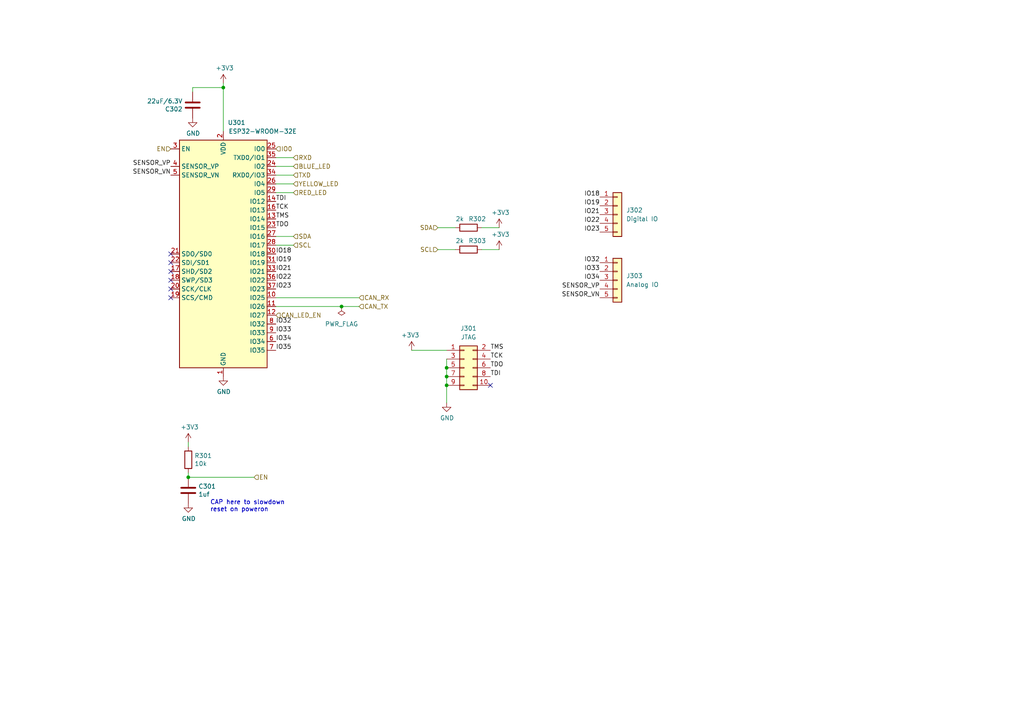
<source format=kicad_sch>
(kicad_sch (version 20211123) (generator eeschema)
  (paper "A4")
  (title_block (title "SH-wg") (date "2022-01-25") (rev "0.1.0") (company "Hat Labs Ltd") (comment 1 "https://creativecommons.org/licenses/by-sa/4.0") (comment 2 "To view a copy of this license, visit ") (comment 3 "SH-ESP32 is licensed under CC BY-SA 4.0."))
  (lib_symbols
    (symbol "Connector_Generic:Conn_01x05" (pin_names (offset 1.016) hide)
      (property "Reference" "J" (at 0 7.62 0))
      (property "Value" "Conn_01x05" (at 0 -7.62 0))
      (symbol "Conn_01x05_1_1"
        (rectangle (start -1.27 -4.953) (end 0 -5.207) (stroke (width 0.1524)))
        (rectangle (start -1.27 -2.413) (end 0 -2.667) (stroke (width 0.1524)))
        (rectangle (start -1.27 0.127) (end 0 -0.127) (stroke (width 0.1524)))
        (rectangle (start -1.27 2.667) (end 0 2.413) (stroke (width 0.1524)))
        (rectangle (start -1.27 5.207) (end 0 4.953) (stroke (width 0.1524)))
        (rectangle (start -1.27 6.35) (end 1.27 -6.35) (stroke (width 0.254)) (fill (type background)))
        (pin passive line (at -5.08 5.08 0) (length 3.81) (name "Pin_1") (number "1"))
        (pin passive line (at -5.08 2.54 0) (length 3.81) (name "Pin_2") (number "2"))
        (pin passive line (at -5.08 0 0) (length 3.81) (name "Pin_3") (number "3"))
        (pin passive line (at -5.08 -2.54 0) (length 3.81) (name "Pin_4") (number "4"))
        (pin passive line (at -5.08 -5.08 0) (length 3.81) (name "Pin_5") (number "5"))
      )
    )
    (symbol "Connector_Generic:Conn_02x05_Odd_Even" (pin_names (offset 1.016) hide)
      (property "Reference" "J" (at 1.27 7.62 0))
      (property "Value" "Conn_02x05_Odd_Even" (at 1.27 -7.62 0))
      (symbol "Conn_02x05_Odd_Even_1_1"
        (rectangle (start -1.27 -4.953) (end 0 -5.207) (stroke (width 0.1524)))
        (rectangle (start -1.27 -2.413) (end 0 -2.667) (stroke (width 0.1524)))
        (rectangle (start -1.27 0.127) (end 0 -0.127) (stroke (width 0.1524)))
        (rectangle (start -1.27 2.667) (end 0 2.413) (stroke (width 0.1524)))
        (rectangle (start -1.27 5.207) (end 0 4.953) (stroke (width 0.1524)))
        (rectangle (start -1.27 6.35) (end 3.81 -6.35) (stroke (width 0.254)) (fill (type background)))
        (rectangle (start 3.81 -4.953) (end 2.54 -5.207) (stroke (width 0.1524)))
        (rectangle (start 3.81 -2.413) (end 2.54 -2.667) (stroke (width 0.1524)))
        (rectangle (start 3.81 0.127) (end 2.54 -0.127) (stroke (width 0.1524)))
        (rectangle (start 3.81 2.667) (end 2.54 2.413) (stroke (width 0.1524)))
        (rectangle (start 3.81 5.207) (end 2.54 4.953) (stroke (width 0.1524)))
        (pin passive line (at -5.08 5.08 0) (length 3.81) (name "Pin_1") (number "1"))
        (pin passive line (at 7.62 -5.08 180) (length 3.81) (name "Pin_10") (number "10"))
        (pin passive line (at 7.62 5.08 180) (length 3.81) (name "Pin_2") (number "2"))
        (pin passive line (at -5.08 2.54 0) (length 3.81) (name "Pin_3") (number "3"))
        (pin passive line (at 7.62 2.54 180) (length 3.81) (name "Pin_4") (number "4"))
        (pin passive line (at -5.08 0 0) (length 3.81) (name "Pin_5") (number "5"))
        (pin passive line (at 7.62 0 180) (length 3.81) (name "Pin_6") (number "6"))
        (pin passive line (at -5.08 -2.54 0) (length 3.81) (name "Pin_7") (number "7"))
        (pin passive line (at 7.62 -2.54 180) (length 3.81) (name "Pin_8") (number "8"))
        (pin passive line (at -5.08 -5.08 0) (length 3.81) (name "Pin_9") (number "9"))
      )
    )
    (symbol "Device:C" (pin_numbers hide) (pin_names (offset 0.254))
      (property "Reference" "C" (at 0.635 2.54 0))
      (property "Value" "C" (at 0.635 -2.54 0))
      (symbol "C_0_1"
        (polyline (pts (xy -2.032 -0.762) (xy 2.032 -0.762)) (stroke (width 0.508)))
        (polyline (pts (xy -2.032 0.762) (xy 2.032 0.762)) (stroke (width 0.508)))
      )
      (symbol "C_1_1"
        (pin passive line (at 0 3.81 270) (length 2.794) (name "~") (number "1"))
        (pin passive line (at 0 -3.81 90) (length 2.794) (name "~") (number "2"))
      )
    )
    (symbol "Device:R" (pin_numbers hide) (pin_names (offset 0))
      (property "Reference" "R" (at 2.032 0 90))
      (property "Value" "R" (at 0 0 90))
      (symbol "R_0_1"
        (rectangle (start -1.016 -2.54) (end 1.016 2.54) (stroke (width 0.254)))
      )
      (symbol "R_1_1"
        (pin passive line (at 0 3.81 270) (length 1.27) (name "~") (number "1"))
        (pin passive line (at 0 -3.81 90) (length 1.27) (name "~") (number "2"))
      )
    )
    (symbol "RF_Module:ESP32-WROOM-32D"
      (property "Reference" "U" (at -12.7 34.29 0))
      (property "Value" "ESP32-WROOM-32D" (at 1.27 34.29 0))
      (symbol "ESP32-WROOM-32D_0_1"
        (rectangle (start -12.7 33.02) (end 12.7 -33.02) (stroke (width 0.254)) (fill (type background)))
      )
      (symbol "ESP32-WROOM-32D_1_1"
        (pin power_in line (at 0 -35.56 90) (length 2.54) (name "GND") (number "1"))
        (pin bidirectional line (at 15.24 -12.7 180) (length 2.54) (name "IO25") (number "10"))
        (pin bidirectional line (at 15.24 -15.24 180) (length 2.54) (name "IO26") (number "11"))
        (pin bidirectional line (at 15.24 -17.78 180) (length 2.54) (name "IO27") (number "12"))
        (pin bidirectional line (at 15.24 10.16 180) (length 2.54) (name "IO14") (number "13"))
        (pin bidirectional line (at 15.24 15.24 180) (length 2.54) (name "IO12") (number "14"))
        (pin passive line (at 0 -35.56 90) (length 2.54) hide (name "GND") (number "15"))
        (pin bidirectional line (at 15.24 12.7 180) (length 2.54) (name "IO13") (number "16"))
        (pin bidirectional line (at -15.24 -5.08 0) (length 2.54) (name "SHD/SD2") (number "17"))
        (pin bidirectional line (at -15.24 -7.62 0) (length 2.54) (name "SWP/SD3") (number "18"))
        (pin bidirectional line (at -15.24 -12.7 0) (length 2.54) (name "SCS/CMD") (number "19"))
        (pin power_in line (at 0 35.56 270) (length 2.54) (name "VDD") (number "2"))
        (pin bidirectional line (at -15.24 -10.16 0) (length 2.54) (name "SCK/CLK") (number "20"))
        (pin bidirectional line (at -15.24 0 0) (length 2.54) (name "SDO/SD0") (number "21"))
        (pin bidirectional line (at -15.24 -2.54 0) (length 2.54) (name "SDI/SD1") (number "22"))
        (pin bidirectional line (at 15.24 7.62 180) (length 2.54) (name "IO15") (number "23"))
        (pin bidirectional line (at 15.24 25.4 180) (length 2.54) (name "IO2") (number "24"))
        (pin bidirectional line (at 15.24 30.48 180) (length 2.54) (name "IO0") (number "25"))
        (pin bidirectional line (at 15.24 20.32 180) (length 2.54) (name "IO4") (number "26"))
        (pin bidirectional line (at 15.24 5.08 180) (length 2.54) (name "IO16") (number "27"))
        (pin bidirectional line (at 15.24 2.54 180) (length 2.54) (name "IO17") (number "28"))
        (pin bidirectional line (at 15.24 17.78 180) (length 2.54) (name "IO5") (number "29"))
        (pin input line (at -15.24 30.48 0) (length 2.54) (name "EN") (number "3"))
        (pin bidirectional line (at 15.24 0 180) (length 2.54) (name "IO18") (number "30"))
        (pin bidirectional line (at 15.24 -2.54 180) (length 2.54) (name "IO19") (number "31"))
        (pin no_connect line (at -12.7 -27.94 0) (length 2.54) hide (name "NC") (number "32"))
        (pin bidirectional line (at 15.24 -5.08 180) (length 2.54) (name "IO21") (number "33"))
        (pin bidirectional line (at 15.24 22.86 180) (length 2.54) (name "RXD0/IO3") (number "34"))
        (pin bidirectional line (at 15.24 27.94 180) (length 2.54) (name "TXD0/IO1") (number "35"))
        (pin bidirectional line (at 15.24 -7.62 180) (length 2.54) (name "IO22") (number "36"))
        (pin bidirectional line (at 15.24 -10.16 180) (length 2.54) (name "IO23") (number "37"))
        (pin passive line (at 0 -35.56 90) (length 2.54) hide (name "GND") (number "38"))
        (pin passive line (at 0 -35.56 90) (length 2.54) hide (name "GND") (number "39"))
        (pin input line (at -15.24 25.4 0) (length 2.54) (name "SENSOR_VP") (number "4"))
        (pin input line (at -15.24 22.86 0) (length 2.54) (name "SENSOR_VN") (number "5"))
        (pin input line (at 15.24 -25.4 180) (length 2.54) (name "IO34") (number "6"))
        (pin input line (at 15.24 -27.94 180) (length 2.54) (name "IO35") (number "7"))
        (pin bidirectional line (at 15.24 -20.32 180) (length 2.54) (name "IO32") (number "8"))
        (pin bidirectional line (at 15.24 -22.86 180) (length 2.54) (name "IO33") (number "9"))
      )
    )
    (symbol "power:+3.3V" (power) (pin_names (offset 0))
      (property "Value" "+3.3V" (at 0 3.556 0))
      (symbol "+3.3V_0_1"
        (polyline (pts (xy -0.762 1.27) (xy 0 2.54)))
        (polyline (pts (xy 0 0) (xy 0 2.54)))
        (polyline (pts (xy 0 2.54) (xy 0.762 1.27)))
      )
      (symbol "+3.3V_1_1"
        (pin power_in line (at 0 0 90) (length 0) hide (name "+3V3") (number "1"))
      )
    )
    (symbol "power:GND" (power) (pin_names (offset 0))
      (property "Value" "GND" (at 0 -3.81 0))
      (symbol "GND_0_1"
        (polyline (pts (xy 0 0) (xy 0 -1.27) (xy 1.27 -1.27) (xy 0 -2.54) (xy -1.27 -1.27) (xy 0 -1.27)))
      )
      (symbol "GND_1_1"
        (pin power_in line (at 0 0 270) (length 0) hide (name "GND") (number "1"))
      )
    )
    (symbol "power:PWR_FLAG" (power) (pin_numbers hide) (pin_names (offset 0) hide)
      (property "Value" "PWR_FLAG" (at 0 3.81 0))
      (symbol "PWR_FLAG_0_0"
        (pin power_out line (at 0 0 90) (length 0) (name "pwr") (number "1"))
      )
      (symbol "PWR_FLAG_0_1"
        (polyline (pts (xy 0 0) (xy 0 1.27) (xy -1.016 1.905) (xy 0 2.54) (xy 1.016 1.905) (xy 0 1.27)))
      )
    )
  )
  (junction (at 129.54 109.22))
  (junction (at 99.06 88.9))
  (junction (at 64.77 25.4))
  (junction (at 129.54 111.76))
  (junction (at 54.61 138.43))
  (junction (at 129.54 106.68))
  (no_connect (at 142.24 111.76))
  (no_connect (at 49.53 83.82))
  (no_connect (at 49.53 73.66))
  (no_connect (at 49.53 86.36))
  (no_connect (at 49.53 81.28))
  (no_connect (at 49.53 76.2))
  (no_connect (at 49.53 78.74))
  (wire (pts (xy 85.09 53.34) (xy 80.01 53.34)))
  (wire (pts (xy 54.61 137.16) (xy 54.61 138.43)))
  (wire (pts (xy 127 72.39) (xy 132.08 72.39)))
  (wire (pts (xy 54.61 129.54) (xy 54.61 128.27)))
  (wire (pts (xy 129.54 111.76) (xy 129.54 116.84)))
  (wire (pts (xy 80.01 86.36) (xy 104.14 86.36)))
  (wire (pts (xy 64.77 24.13) (xy 64.77 25.4)))
  (wire (pts (xy 129.54 104.14) (xy 129.54 106.68)))
  (wire (pts (xy 80.01 50.8) (xy 85.09 50.8)))
  (wire (pts (xy 144.78 66.04) (xy 139.7 66.04)))
  (wire (pts (xy 80.01 71.12) (xy 85.09 71.12)))
  (wire (pts (xy 55.88 25.4) (xy 55.88 26.67)))
  (wire (pts (xy 64.77 25.4) (xy 55.88 25.4)))
  (wire (pts (xy 80.01 45.72) (xy 85.09 45.72)))
  (wire (pts (xy 99.06 88.9) (xy 104.14 88.9)))
  (wire (pts (xy 80.01 88.9) (xy 99.06 88.9)))
  (wire (pts (xy 80.01 68.58) (xy 85.09 68.58)))
  (wire (pts (xy 129.54 106.68) (xy 129.54 109.22)))
  (wire (pts (xy 119.38 101.6) (xy 129.54 101.6)))
  (wire (pts (xy 127 66.04) (xy 132.08 66.04)))
  (wire (pts (xy 64.77 25.4) (xy 64.77 38.1)))
  (wire (pts (xy 85.09 48.26) (xy 80.01 48.26)))
  (wire (pts (xy 129.54 109.22) (xy 129.54 111.76)))
  (wire (pts (xy 144.78 72.39) (xy 139.7 72.39)))
  (wire (pts (xy 54.61 138.43) (xy 73.66 138.43)))
  (wire (pts (xy 85.09 55.88) (xy 80.01 55.88)))
  (text "CAP here to slowdown \nreset on poweron" (at 60.96 148.59 0) (effects (font (size 1.27 1.27)) (justify left bottom)))
  (text "CAP here to slowdown \nreset on poweron" (at 60.96 148.59 0) (effects (font (size 1.27 1.27)) (justify left bottom)))
  (label "TMS" (at 142.24 101.6 0))
  (label "IO19" (at 173.99 59.69 180))
  (label "IO18" (at 80.01 73.66 0))
  (label "SENSOR_VN" (at 173.99 86.36 180))
  (label "IO34" (at 80.01 99.06 0))
  (label "IO32" (at 80.01 93.98 0))
  (label "TCK" (at 142.24 104.14 0))
  (label "IO33" (at 80.01 96.52 0))
  (label "IO22" (at 80.01 81.28 0))
  (label "SENSOR_VP" (at 173.99 83.82 180))
  (label "TDO" (at 80.01 66.04 0))
  (label "IO23" (at 173.99 67.31 180))
  (label "SENSOR_VN" (at 49.53 50.8 180))
  (label "IO18" (at 173.99 57.15 180))
  (label "IO34" (at 173.99 81.28 180))
  (label "IO35" (at 80.01 101.6 0))
  (label "IO33" (at 173.99 78.74 180))
  (label "TDO" (at 142.24 106.68 0))
  (label "IO21" (at 80.01 78.74 0))
  (label "SENSOR_VP" (at 49.53 48.26 180))
  (label "IO32" (at 173.99 76.2 180))
  (label "TMS" (at 80.01 63.5 0))
  (label "TDI" (at 142.24 109.22 0))
  (label "IO21" (at 173.99 62.23 180))
  (label "IO23" (at 80.01 83.82 0))
  (label "IO22" (at 173.99 64.77 180))
  (label "TDI" (at 80.01 58.42 0))
  (label "IO19" (at 80.01 76.2 0))
  (label "TCK" (at 80.01 60.96 0))
  (hierarchical_label "SCL" (shape input) (at 85.09 71.12 0))
  (hierarchical_label "SDA" (shape input) (at 127 66.04 180))
  (hierarchical_label "SCL" (shape input) (at 127 72.39 180))
  (hierarchical_label "CAN_TX" (shape input) (at 104.14 88.9 0))
  (hierarchical_label "EN" (shape input) (at 73.66 138.43 0))
  (hierarchical_label "RED_LED" (shape input) (at 85.09 55.88 0))
  (hierarchical_label "RXD" (shape input) (at 85.09 45.72 0))
  (hierarchical_label "YELLOW_LED" (shape input) (at 85.09 53.34 0))
  (hierarchical_label "CAN_LED_EN" (shape input) (at 80.01 91.44 0))
  (hierarchical_label "EN" (shape input) (at 49.53 43.18 180))
  (hierarchical_label "TXD" (shape input) (at 85.09 50.8 0))
  (hierarchical_label "SDA" (shape input) (at 85.09 68.58 0))
  (hierarchical_label "BLUE_LED" (shape input) (at 85.09 48.26 0))
  (hierarchical_label "IO0" (shape input) (at 80.01 43.18 0))
  (hierarchical_label "CAN_RX" (shape input) (at 104.14 86.36 0))
  (symbol (lib_id "Device:C") (at 54.61 142.24 0) (unit 1)
    (property "Reference" "C301" (at 57.531 141.0716 0) (effects (justify left)))
    (property "Value" "1uf" (at 57.531 143.383 0) (effects (justify left)))
    (property "Footprint" "Capacitor_SMD:C_0402_1005Metric" (effects hide))
    (property "LCSC" "C52923" (effects hide))
  )
  (symbol (lib_id "power:GND") (at 54.61 146.05 0) (unit 1)
    (property "Reference" "#PWR0302" (effects hide))
    (property "Value" "GND" (at 54.737 150.4442 0))
  )
  (symbol (lib_id "RF_Module:ESP32-WROOM-32D") (at 64.77 73.66 0) (unit 1)
    (property "Reference" "U301" (at 66.04 35.56 0) (effects (justify left)))
    (property "Value" "ESP32-WROOM-32E" (at 76.2 38.1 0))
    (property "Footprint" "SH-ESP32:ESP32-WROOM-32-HandSolder" (effects hide))
    (property "Datasheet" "https://www.espressif.com/sites/default/files/documentation/esp32-wroom-32d_esp32-wroom-32u_datasheet_en.pdf" (effects hide))
    (property "LCSC" "C701341" (effects hide))
  )
  (symbol (lib_id "power:+3.3V") (at 64.77 24.13 0) (unit 1)
    (property "Reference" "#PWR0304" (effects hide))
    (property "Value" "+3.3V" (at 65.151 19.7358 0))
  )
  (symbol (lib_id "power:GND") (at 64.77 109.22 0) (unit 1)
    (property "Reference" "#PWR0305" (effects hide))
    (property "Value" "GND" (at 64.897 113.6142 0))
  )
  (symbol (lib_id "Device:C") (at 55.88 30.48 180) (unit 1)
    (property "Reference" "C302" (at 52.959 31.6484 0) (effects (justify left)))
    (property "Value" "22uF/6.3V" (at 52.959 29.337 0) (effects (justify left)))
    (property "Footprint" "Capacitor_SMD:C_0603_1608Metric" (effects hide))
    (property "Notes" "Min 6.3V" (effects hide))
    (property "LCSC" "C59461" (effects hide))
  )
  (symbol (lib_id "power:GND") (at 55.88 34.29 0) (unit 1)
    (property "Reference" "#PWR0303" (effects hide))
    (property "Value" "GND" (at 56.007 38.6842 0))
  )
  (symbol (lib_id "Device:R") (at 54.61 133.35 0) (unit 1)
    (property "Reference" "R301" (at 56.388 132.1816 0) (effects (justify left)))
    (property "Value" "10k" (at 56.388 134.493 0) (effects (justify left)))
    (property "Footprint" "Resistor_SMD:R_0402_1005Metric" (effects hide))
    (property "LCSC" "C25744" (effects hide))
  )
  (symbol (lib_id "power:+3.3V") (at 54.61 128.27 0) (unit 1)
    (property "Reference" "#PWR0301" (effects hide))
    (property "Value" "+3.3V" (at 54.991 123.8758 0))
  )
  (symbol (lib_id "power:+3.3V") (at 144.78 72.39 0) (unit 1)
    (property "Reference" "#PWR0309" (effects hide))
    (property "Value" "+3.3V" (at 145.161 67.9958 0))
  )
  (symbol (lib_id "Connector_Generic:Conn_01x05") (at 179.07 81.28 0) (unit 1)
    (property "Reference" "J303" (at 181.61 80.0099 0) (effects (justify left)))
    (property "Value" "Analog IO" (at 181.61 82.5499 0) (effects (justify left)))
    (property "Footprint" "Connector_PinHeader_2.54mm:PinHeader_1x05_P2.54mm_Vertical" (effects hide))
  )
  (symbol (lib_id "power:GND") (at 129.54 116.84 0) (unit 1)
    (property "Reference" "#PWR0307" (effects hide))
    (property "Value" "GND" (at 129.667 121.2342 0))
  )
  (symbol (lib_id "Connector_Generic:Conn_02x05_Odd_Even") (at 134.62 106.68 0) (unit 1)
    (property "Reference" "J301" (at 135.89 95.25 0))
    (property "Value" "JTAG" (at 135.89 97.79 0))
    (property "Footprint" "Connector_IDC:IDC-Header_2x05_P2.54mm_Vertical" (effects hide))
  )
  (symbol (lib_id "Device:R") (at 135.89 72.39 90) (mirror x) (unit 1)
    (property "Reference" "R303" (at 138.43 69.85 90))
    (property "Value" "2k" (at 133.35 69.85 90))
    (property "Footprint" "Resistor_SMD:R_0402_1005Metric" (effects hide))
    (property "LCSC" "C4109" (effects hide))
  )
  (symbol (lib_id "Device:R") (at 135.89 66.04 90) (mirror x) (unit 1)
    (property "Reference" "R302" (at 138.43 63.5 90))
    (property "Value" "2k" (at 133.35 63.5 90))
    (property "Footprint" "Resistor_SMD:R_0402_1005Metric" (effects hide))
    (property "LCSC" "C4109" (effects hide))
  )
  (symbol (lib_id "power:+3.3V") (at 144.78 66.04 0) (unit 1)
    (property "Reference" "#PWR0308" (effects hide))
    (property "Value" "+3.3V" (at 145.161 61.6458 0))
  )
  (symbol (lib_id "power:PWR_FLAG") (at 99.06 88.9 180) (unit 1)
    (property "Reference" "#FLG0301" (effects hide))
    (property "Value" "PWR_FLAG" (at 99.06 93.98 0))
  )
  (symbol (lib_id "power:+3.3V") (at 119.38 101.6 0) (mirror y) (unit 1)
    (property "Reference" "#PWR0306" (effects hide))
    (property "Value" "+3.3V" (at 118.999 97.2058 0))
  )
  (symbol (lib_id "Connector_Generic:Conn_01x05") (at 179.07 62.23 0) (unit 1)
    (property "Reference" "J302" (at 181.61 60.9599 0) (effects (justify left)))
    (property "Value" "Digital IO" (at 181.61 63.4999 0) (effects (justify left)))
    (property "Footprint" "Connector_PinHeader_2.54mm:PinHeader_1x05_P2.54mm_Vertical" (effects hide))
  )
)
</source>
